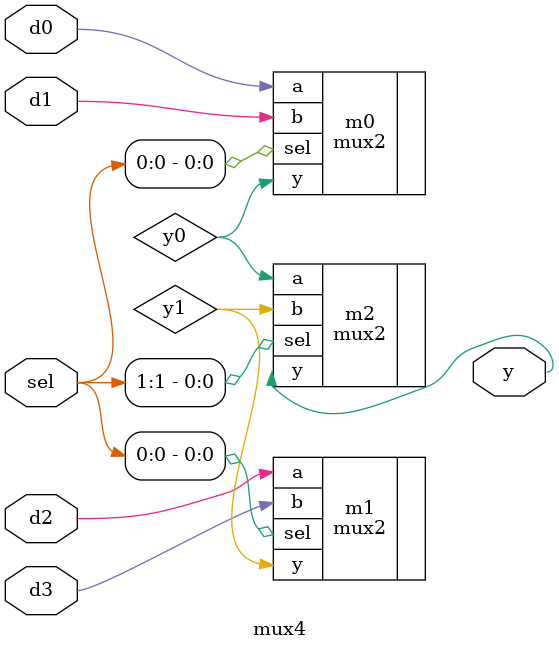
<source format=v>
module mux4 (
    input  wire d0,
    input  wire d1,
    input  wire d2,
    input  wire d3,
    input  wire [1:0] sel,
    output wire y
);

    wire y0, y1;

    // First stage
    mux2 m0 (.a(d0), .b(d1), .sel(sel[0]), .y(y0));
    mux2 m1 (.a(d2), .b(d3), .sel(sel[0]), .y(y1));

    // Second stage
    mux2 m2 (.a(y0), .b(y1), .sel(sel[1]), .y(y));

endmodule


</source>
